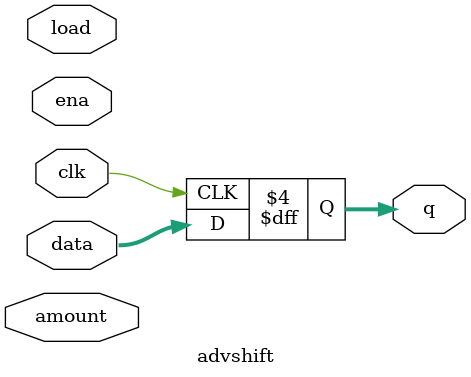
<source format=v>
module advshift(input clk,
input load,
input ena,
input [1:0] amount,
input [63:0] data,
output reg [63:0] q); 
// when load is high, assign data[63:0] to shift register q.
// if ena is high, shift q.
// amount: Chooses which direction and how much to shift.
// 2'b00: shift left by 1 bit.
// 2'b01: shift left by 8 bits.
// 2'b10: shift right by 1 bit.
// 2'b11: shift right by 8 bits.

    always @(posedge clk)
    if (ena) begin // if ena is high, assign data to shift register q.
        q <= data;
    end else begin // when load is high, assign data[63:0] to shift register q.
        q <= data;
    end
endmodule

</source>
